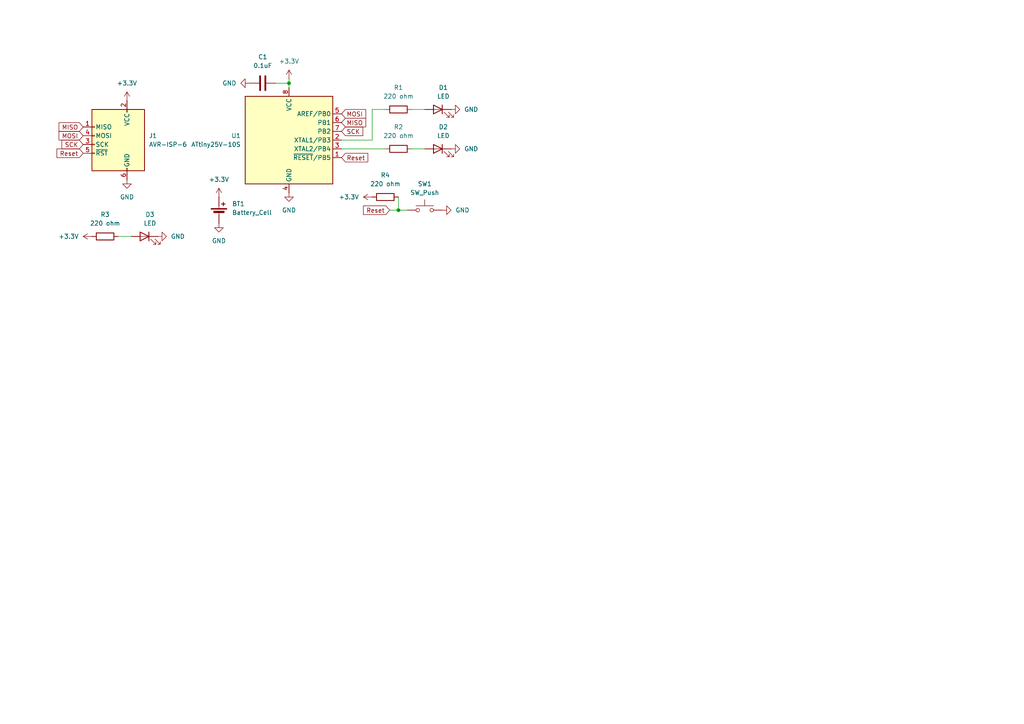
<source format=kicad_sch>
(kicad_sch (version 20250114) (generator "eeschema") (generator_version "9.0")
  (paper "A4")
  (lib_symbols
    (symbol "Connector:AVR-ISP-6" (pin_names (offset 1.016))
      (property "Reference" "J" (at -6.35 11.43 0))
      (property "Value" "AVR-ISP-6" (at 0 11.43 0))
      (symbol "AVR-ISP-6_0_1"
        (rectangle (start -2.667 10.16) (end -2.413 9.398))
        (rectangle (start -2.667 -6.858) (end -2.413 -7.62))
        (rectangle (start 7.62 10.16) (end -7.62 -7.62) (stroke (width 0.254)) (fill (type background)))
        (rectangle (start 7.62 5.207) (end 6.858 4.953))
        (rectangle (start 7.62 2.667) (end 6.858 2.413))
        (rectangle (start 7.62 0.127) (end 6.858 -0.127))
        (rectangle (start 7.62 -2.413) (end 6.858 -2.667))
      )
      (symbol "AVR-ISP-6_1_1"
        (pin passive line (at -2.54 12.7 270) (length 2.54) (name "VCC") (number "2"))
        (pin passive line (at -2.54 -10.16 90) (length 2.54) (name "GND") (number "6"))
        (pin passive line (at 10.16 5.08 180) (length 2.54) (name "MISO") (number "1"))
        (pin passive line (at 10.16 2.54 180) (length 2.54) (name "MOSI") (number "4"))
        (pin passive line (at 10.16 0 180) (length 2.54) (name "SCK") (number "3"))
        (pin passive line (at 10.16 -2.54 180) (length 2.54) (name "~{RST}") (number "5"))
      )
    )
    (symbol "Device:Battery_Cell" (pin_numbers (hide yes)) (pin_names (offset 0) (hide yes))
      (property "Reference" "BT" (at 2.54 2.54 0))
      (property "Value" "Battery_Cell" (at 2.54 0 0))
      (symbol "Battery_Cell_0_1"
        (rectangle (start -2.286 1.778) (end 2.286 1.524) (fill (type outline)))
        (rectangle (start -1.524 1.016) (end 1.524 0.508) (fill (type outline)))
        (polyline (pts (xy 0 1.778) (xy 0 2.54)))
        (polyline (pts (xy 0 0.762) (xy 0 0)))
        (polyline (pts (xy 0.762 3.048) (xy 1.778 3.048)) (stroke (width 0.254)))
        (polyline (pts (xy 1.27 3.556) (xy 1.27 2.54)) (stroke (width 0.254)))
      )
      (symbol "Battery_Cell_1_1"
        (pin passive line (at 0 5.08 270) (length 2.54) (name "+") (number "1"))
        (pin passive line (at 0 -2.54 90) (length 2.54) (name "-") (number "2"))
      )
    )
    (symbol "Device:C" (pin_numbers (hide yes)) (pin_names (offset 0.254))
      (property "Reference" "C" (at 0.635 2.54 0))
      (property "Value" "C" (at 0.635 -2.54 0))
      (symbol "C_0_1"
        (polyline (pts (xy -2.032 0.762) (xy 2.032 0.762)) (stroke (width 0.508)))
        (polyline (pts (xy -2.032 -0.762) (xy 2.032 -0.762)) (stroke (width 0.508)))
      )
      (symbol "C_1_1"
        (pin passive line (at 0 3.81 270) (length 2.794) (name "~") (number "1"))
        (pin passive line (at 0 -3.81 90) (length 2.794) (name "~") (number "2"))
      )
    )
    (symbol "Device:LED" (pin_numbers (hide yes)) (pin_names (offset 1.016) (hide yes))
      (property "Reference" "D" (at 0 2.54 0))
      (property "Value" "LED" (at 0 -2.54 0))
      (symbol "LED_0_1"
        (polyline (pts (xy -3.048 -0.762) (xy -4.572 -2.286) (xy -3.81 -2.286) (xy -4.572 -2.286) (xy -4.572 -1.524)))
        (polyline (pts (xy -1.778 -0.762) (xy -3.302 -2.286) (xy -2.54 -2.286) (xy -3.302 -2.286) (xy -3.302 -1.524)))
        (polyline (pts (xy -1.27 0) (xy 1.27 0)))
        (polyline (pts (xy -1.27 -1.27) (xy -1.27 1.27)) (stroke (width 0.254)))
        (polyline (pts (xy 1.27 -1.27) (xy 1.27 1.27) (xy -1.27 0) (xy 1.27 -1.27)) (stroke (width 0.254)))
      )
      (symbol "LED_1_1"
        (pin passive line (at -3.81 0 0) (length 2.54) (name "K") (number "1"))
        (pin passive line (at 3.81 0 180) (length 2.54) (name "A") (number "2"))
      )
    )
    (symbol "Device:R" (pin_numbers (hide yes)) (pin_names (offset 0))
      (property "Reference" "R" (at 2.032 0 90))
      (property "Value" "R" (at 0 0 90))
      (symbol "R_0_1"
        (rectangle (start -1.016 -2.54) (end 1.016 2.54) (stroke (width 0.254)))
      )
      (symbol "R_1_1"
        (pin passive line (at 0 3.81 270) (length 1.27) (name "~") (number "1"))
        (pin passive line (at 0 -3.81 90) (length 1.27) (name "~") (number "2"))
      )
    )
    (symbol "MCU_Microchip_ATtiny:ATtiny25V-10S"
      (property "Reference" "U" (at -12.7 13.97 0))
      (property "Value" "ATtiny25V-10S" (at 2.54 -13.97 0))
      (symbol "ATtiny25V-10S_0_1"
        (rectangle (start -12.7 -12.7) (end 12.7 12.7) (stroke (width 0.254)) (fill (type background)))
      )
      (symbol "ATtiny25V-10S_1_1"
        (pin power_in line (at 0 15.24 270) (length 2.54) (name "VCC") (number "8"))
        (pin power_in line (at 0 -15.24 90) (length 2.54) (name "GND") (number "4"))
        (pin bidirectional line (at 15.24 7.62 180) (length 2.54) (name "AREF/PB0") (number "5"))
        (pin bidirectional line (at 15.24 5.08 180) (length 2.54) (name "PB1") (number "6"))
        (pin bidirectional line (at 15.24 2.54 180) (length 2.54) (name "PB2") (number "7"))
        (pin bidirectional line (at 15.24 0 180) (length 2.54) (name "XTAL1/PB3") (number "2"))
        (pin bidirectional line (at 15.24 -2.54 180) (length 2.54) (name "XTAL2/PB4") (number "3"))
        (pin bidirectional line (at 15.24 -5.08 180) (length 2.54) (name "~{RESET}/PB5") (number "1"))
      )
    )
    (symbol "Switch:SW_Push" (pin_numbers (hide yes)) (pin_names (offset 1.016) (hide yes))
      (property "Reference" "SW" (at 1.27 2.54 0))
      (property "Value" "SW_Push" (at 0 -1.524 0))
      (symbol "SW_Push_0_1"
        (circle (center -2.032 0) (radius 0.508))
        (polyline (pts (xy 0 1.27) (xy 0 3.048)))
        (circle (center 2.032 0) (radius 0.508))
        (polyline (pts (xy 2.54 1.27) (xy -2.54 1.27)))
        (pin passive line (at -5.08 0 0) (length 2.54) (name "1") (number "1"))
        (pin passive line (at 5.08 0 180) (length 2.54) (name "2") (number "2"))
      )
    )
    (symbol "power:+3.3V" (power) (pin_numbers (hide yes)) (pin_names (offset 0) (hide yes))
      (property "Value" "+3.3V" (at 0 3.556 0))
      (symbol "+3.3V_0_1"
        (polyline (pts (xy -0.762 1.27) (xy 0 2.54)))
        (polyline (pts (xy 0 2.54) (xy 0.762 1.27)))
        (polyline (pts (xy 0 0) (xy 0 2.54)))
      )
      (symbol "+3.3V_1_1"
        (pin power_in line (at 0 0 90) (length 0) (name "~") (number "1"))
      )
    )
    (symbol "power:GND" (power) (pin_numbers (hide yes)) (pin_names (offset 0) (hide yes))
      (property "Value" "GND" (at 0 -3.81 0))
      (symbol "GND_0_1"
        (polyline (pts (xy 0 0) (xy 0 -1.27) (xy 1.27 -1.27) (xy 0 -2.54) (xy -1.27 -1.27) (xy 0 -1.27)))
      )
      (symbol "GND_1_1"
        (pin power_in line (at 0 0 270) (length 0) (name "~") (number "1"))
      )
    )
  )
  (junction (at 115.57 60.96))
  (junction (at 83.82 24.13))
  (wire (pts (xy 107.95 31.75) (xy 111.76 31.75)))
  (wire (pts (xy 107.95 40.64) (xy 107.95 31.75)))
  (wire (pts (xy 99.06 43.18) (xy 111.76 43.18)))
  (wire (pts (xy 115.57 57.15) (xy 115.57 60.96)))
  (wire (pts (xy 83.82 22.86) (xy 83.82 24.13)))
  (wire (pts (xy 99.06 40.64) (xy 107.95 40.64)))
  (wire (pts (xy 38.1 68.58) (xy 34.29 68.58)))
  (wire (pts (xy 123.19 31.75) (xy 119.38 31.75)))
  (wire (pts (xy 115.57 60.96) (xy 118.11 60.96)))
  (wire (pts (xy 113.03 60.96) (xy 115.57 60.96)))
  (wire (pts (xy 123.19 43.18) (xy 119.38 43.18)))
  (wire (pts (xy 80.01 24.13) (xy 83.82 24.13)))
  (wire (pts (xy 83.82 24.13) (xy 83.82 25.4)))
  (global_label "MOSI" (shape input) (at 24.13 39.37 180) (property "Intersheetrefs" "${INTERSHEET_REFS}" (effects (hide yes))))
  (global_label "MISO" (shape input) (at 99.06 35.56 0) (property "Intersheetrefs" "${INTERSHEET_REFS}" (effects (hide yes))))
  (global_label "Reset" (shape input) (at 113.03 60.96 180) (property "Intersheetrefs" "${INTERSHEET_REFS}" (effects (hide yes))))
  (global_label "Reset" (shape input) (at 99.06 45.72 0) (property "Intersheetrefs" "${INTERSHEET_REFS}" (effects (hide yes))))
  (global_label "SCK" (shape input) (at 99.06 38.1 0) (property "Intersheetrefs" "${INTERSHEET_REFS}" (effects (hide yes))))
  (global_label "SCK" (shape input) (at 24.13 41.91 180) (property "Intersheetrefs" "${INTERSHEET_REFS}" (effects (hide yes))))
  (global_label "MISO" (shape input) (at 24.13 36.83 180) (property "Intersheetrefs" "${INTERSHEET_REFS}" (effects (hide yes))))
  (global_label "MOSI" (shape input) (at 99.06 33.02 0) (property "Intersheetrefs" "${INTERSHEET_REFS}" (effects (hide yes))))
  (global_label "Reset" (shape input) (at 24.13 44.45 180) (property "Intersheetrefs" "${INTERSHEET_REFS}" (effects (hide yes))))
  (symbol (lib_id "power:GND") (at 83.82 55.88 0) (unit 1)
    (property "Reference" "#PWR02" (effects (hide yes)))
    (property "Value" "GND" (at 83.82 60.96 0))
    (property "Description" "Power symbol creates a global label with name \"GND\" , ground" (effects (hide yes)))
  )
  (symbol (lib_id "power:GND") (at 130.81 31.75 90) (unit 1)
    (property "Reference" "#PWR07" (effects (hide yes)))
    (property "Value" "GND" (at 134.62 31.7499 90) (effects (justify right)))
    (property "Description" "Power symbol creates a global label with name \"GND\" , ground" (effects (hide yes)))
  )
  (symbol (lib_id "power:+3.3V") (at 83.82 22.86 0) (unit 1)
    (property "Reference" "#PWR01" (effects (hide yes)))
    (property "Value" "+3.3V" (at 83.82 17.78 0))
    (property "Description" "Power symbol creates a global label with name \"+3.3V\"" (effects (hide yes)))
  )
  (symbol (lib_id "Device:R") (at 115.57 31.75 90) (unit 1)
    (property "Reference" "R1" (at 115.57 25.4 90))
    (property "Value" "220 ohm" (at 115.57 27.94 90))
    (property "Footprint" "Resistor_SMD:R_0402_1005Metric" (effects (hide yes)))
    (property "Description" "Resistor" (effects (hide yes)))
    (property "LCSC" "C25091" (effects (hide yes)))
  )
  (symbol (lib_id "Device:LED") (at 127 31.75 0) (mirror y) (unit 1)
    (property "Reference" "D1" (at 128.5875 25.4 0))
    (property "Value" "LED" (at 128.5875 27.94 0))
    (property "Footprint" "LED_SMD:LED_0603_1608Metric" (effects (hide yes)))
    (property "Description" "Light emitting diode" (effects (hide yes)))
    (property "Sim.Pins" "1=K 2=A" (effects (hide yes)))
    (property "LCSC" "C2286" (effects (hide yes)))
  )
  (symbol (lib_id "Switch:SW_Push") (at 123.19 60.96 0) (unit 1) (in_bom no)
    (property "Reference" "SW1" (at 123.19 53.34 0))
    (property "Value" "SW_Push" (at 123.19 55.88 0))
    (property "Footprint" "Button_Switch_THT:SW_PUSH_6mm" (effects (hide yes)))
    (property "Description" "Push button switch, generic, two pins" (effects (hide yes)))
  )
  (symbol (lib_id "power:+3.3V") (at 63.5 57.15 0) (unit 1)
    (property "Reference" "#PWR010" (effects (hide yes)))
    (property "Value" "+3.3V" (at 63.5 52.07 0))
    (property "Description" "Power symbol creates a global label with name \"+3.3V\"" (effects (hide yes)))
  )
  (symbol (lib_id "Device:LED") (at 41.91 68.58 0) (mirror y) (unit 1)
    (property "Reference" "D3" (at 43.4975 62.23 0))
    (property "Value" "LED" (at 43.4975 64.77 0))
    (property "Footprint" "LED_SMD:LED_0603_1608Metric" (effects (hide yes)))
    (property "Description" "Light emitting diode" (effects (hide yes)))
    (property "Sim.Pins" "1=K 2=A" (effects (hide yes)))
    (property "LCSC" "C2286" (effects (hide yes)))
  )
  (symbol (lib_id "MCU_Microchip_ATtiny:ATtiny25V-10S") (at 83.82 40.64 0) (unit 1)
    (property "Reference" "U1" (at 69.85 39.3699 0) (effects (justify right)))
    (property "Value" "ATtiny25V-10S" (at 69.85 41.9099 0) (effects (justify right)))
    (property "Footprint" "Package_SO:SOIC-8_5.3x5.3mm_P1.27mm" (effects (hide yes)))
    (property "Datasheet" "http://ww1.microchip.com/downloads/en/DeviceDoc/atmel-2586-avr-8-bit-microcontroller-attiny25-attiny45-attiny85_datasheet.pdf" (effects (hide yes)))
    (property "Description" "10MHz, 2kB Flash, 128B SRAM, 128B EEPROM, debugWIRE, SOIC-8 (208 mil)" (effects (hide yes)))
    (property "LCSC" "C139660" (effects (hide yes)))
  )
  (symbol (lib_id "Device:R") (at 115.57 43.18 90) (unit 1)
    (property "Reference" "R2" (at 115.57 36.83 90))
    (property "Value" "220 ohm" (at 115.57 39.37 90))
    (property "Footprint" "Resistor_SMD:R_0402_1005Metric" (effects (hide yes)))
    (property "Description" "Resistor" (effects (hide yes)))
    (property "LCSC" "C25091" (effects (hide yes)))
  )
  (symbol (lib_id "Device:Battery_Cell") (at 63.5 62.23 0) (unit 1) (in_bom no)
    (property "Reference" "BT1" (at 67.31 59.1184 0) (effects (justify left)))
    (property "Value" "Battery_Cell" (at 67.31 61.6584 0) (effects (justify left)))
    (property "Footprint" "Battery:BatteryHolder_Keystone_3034_1x20mm" (effects (hide yes)))
    (property "Description" "Single-cell battery" (effects (hide yes)))
  )
  (symbol (lib_id "power:GND") (at 128.27 60.96 90) (unit 1)
    (property "Reference" "#PWR03" (effects (hide yes)))
    (property "Value" "GND" (at 132.08 60.9599 90) (effects (justify right)))
    (property "Description" "Power symbol creates a global label with name \"GND\" , ground" (effects (hide yes)))
  )
  (symbol (lib_id "power:GND") (at 45.72 68.58 90) (unit 1)
    (property "Reference" "#PWR012" (effects (hide yes)))
    (property "Value" "GND" (at 49.53 68.5799 90) (effects (justify right)))
    (property "Description" "Power symbol creates a global label with name \"GND\" , ground" (effects (hide yes)))
  )
  (symbol (lib_id "Device:LED") (at 127 43.18 0) (mirror y) (unit 1)
    (property "Reference" "D2" (at 128.5875 36.83 0))
    (property "Value" "LED" (at 128.5875 39.37 0))
    (property "Footprint" "LED_SMD:LED_0603_1608Metric" (effects (hide yes)))
    (property "Description" "Light emitting diode" (effects (hide yes)))
    (property "Sim.Pins" "1=K 2=A" (effects (hide yes)))
    (property "LCSC" "C2286" (effects (hide yes)))
  )
  (symbol (lib_id "Connector:AVR-ISP-6") (at 34.29 41.91 0) (mirror y) (unit 1)
    (property "Reference" "J1" (at 43.18 39.3699 0) (effects (justify right)))
    (property "Value" "AVR-ISP-6" (at 43.18 41.9099 0) (effects (justify right)))
    (property "Footprint" "Connector_PinHeader_2.54mm:PinHeader_2x03_P2.54mm_Vertical" (effects (hide yes)))
    (property "Description" "Atmel 6-pin ISP connector" (effects (hide yes)))
    (property "LCSC" "C65114" (effects (hide yes)))
  )
  (symbol (lib_id "Device:R") (at 111.76 57.15 90) (unit 1)
    (property "Reference" "R4" (at 111.76 50.8 90))
    (property "Value" "220 ohm" (at 111.76 53.34 90))
    (property "Footprint" "Resistor_SMD:R_0402_1005Metric" (effects (hide yes)))
    (property "Description" "Resistor" (effects (hide yes)))
    (property "LCSC" "C25091" (effects (hide yes)))
  )
  (symbol (lib_id "power:GND") (at 63.5 64.77 0) (unit 1)
    (property "Reference" "#PWR09" (effects (hide yes)))
    (property "Value" "GND" (at 63.5 69.85 0))
    (property "Description" "Power symbol creates a global label with name \"GND\" , ground" (effects (hide yes)))
  )
  (symbol (lib_id "Device:C") (at 76.2 24.13 270) (unit 1)
    (property "Reference" "C1" (at 76.2 16.51 90))
    (property "Value" "0.1uF" (at 76.2 19.05 90))
    (property "Footprint" "Capacitor_SMD:C_0402_1005Metric" (effects (hide yes)))
    (property "Description" "Unpolarized capacitor" (effects (hide yes)))
    (property "LCSC" "C1581" (effects (hide yes)))
  )
  (symbol (lib_id "power:GND") (at 130.81 43.18 90) (unit 1)
    (property "Reference" "#PWR08" (effects (hide yes)))
    (property "Value" "GND" (at 134.62 43.1799 90) (effects (justify right)))
    (property "Description" "Power symbol creates a global label with name \"GND\" , ground" (effects (hide yes)))
  )
  (symbol (lib_id "power:GND") (at 72.39 24.13 270) (unit 1)
    (property "Reference" "#PWR011" (effects (hide yes)))
    (property "Value" "GND" (at 68.58 24.1299 90) (effects (justify right)))
    (property "Description" "Power symbol creates a global label with name \"GND\" , ground" (effects (hide yes)))
  )
  (symbol (lib_id "power:+3.3V") (at 107.95 57.15 90) (unit 1)
    (property "Reference" "#PWR04" (effects (hide yes)))
    (property "Value" "+3.3V" (at 104.14 57.1499 90) (effects (justify left)))
    (property "Description" "Power symbol creates a global label with name \"+3.3V\"" (effects (hide yes)))
  )
  (symbol (lib_id "power:+3.3V") (at 36.83 29.21 0) (unit 1)
    (property "Reference" "#PWR06" (effects (hide yes)))
    (property "Value" "+3.3V" (at 36.83 24.13 0))
    (property "Description" "Power symbol creates a global label with name \"+3.3V\"" (effects (hide yes)))
  )
  (symbol (lib_id "power:+3.3V") (at 26.67 68.58 90) (unit 1)
    (property "Reference" "#PWR013" (effects (hide yes)))
    (property "Value" "+3.3V" (at 22.86 68.5799 90) (effects (justify left)))
    (property "Description" "Power symbol creates a global label with name \"+3.3V\"" (effects (hide yes)))
  )
  (symbol (lib_id "power:GND") (at 36.83 52.07 0) (unit 1)
    (property "Reference" "#PWR05" (effects (hide yes)))
    (property "Value" "GND" (at 36.83 57.15 0))
    (property "Description" "Power symbol creates a global label with name \"GND\" , ground" (effects (hide yes)))
  )
  (symbol (lib_id "Device:R") (at 30.48 68.58 90) (unit 1)
    (property "Reference" "R3" (at 30.48 62.23 90))
    (property "Value" "220 ohm" (at 30.48 64.77 90))
    (property "Footprint" "Resistor_SMD:R_0402_1005Metric" (effects (hide yes)))
    (property "Description" "Resistor" (effects (hide yes)))
    (property "LCSC" "C25091" (effects (hide yes)))
  )
)
</source>
